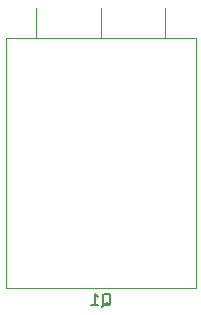
<source format=gbr>
%TF.GenerationSoftware,KiCad,Pcbnew,8.0.5*%
%TF.CreationDate,2024-10-09T02:25:36+03:00*%
%TF.ProjectId,DC-CDI,44432d43-4449-42e6-9b69-6361645f7063,rev?*%
%TF.SameCoordinates,Original*%
%TF.FileFunction,Legend,Bot*%
%TF.FilePolarity,Positive*%
%FSLAX46Y46*%
G04 Gerber Fmt 4.6, Leading zero omitted, Abs format (unit mm)*
G04 Created by KiCad (PCBNEW 8.0.5) date 2024-10-09 02:25:36*
%MOMM*%
%LPD*%
G01*
G04 APERTURE LIST*
G04 Aperture macros list*
%AMRoundRect*
0 Rectangle with rounded corners*
0 $1 Rounding radius*
0 $2 $3 $4 $5 $6 $7 $8 $9 X,Y pos of 4 corners*
0 Add a 4 corners polygon primitive as box body*
4,1,4,$2,$3,$4,$5,$6,$7,$8,$9,$2,$3,0*
0 Add four circle primitives for the rounded corners*
1,1,$1+$1,$2,$3*
1,1,$1+$1,$4,$5*
1,1,$1+$1,$6,$7*
1,1,$1+$1,$8,$9*
0 Add four rect primitives between the rounded corners*
20,1,$1+$1,$2,$3,$4,$5,0*
20,1,$1+$1,$4,$5,$6,$7,0*
20,1,$1+$1,$6,$7,$8,$9,0*
20,1,$1+$1,$8,$9,$2,$3,0*%
G04 Aperture macros list end*
%ADD10C,0.150000*%
%ADD11C,0.120000*%
%ADD12R,1.700000X1.700000*%
%ADD13O,1.700000X1.700000*%
%ADD14R,1.600000X1.600000*%
%ADD15C,1.600000*%
%ADD16C,2.500000*%
%ADD17RoundRect,0.375000X-0.375000X-0.625000X0.375000X-0.625000X0.375000X0.625000X-0.375000X0.625000X0*%
%ADD18O,1.500000X2.000000*%
%ADD19RoundRect,0.375000X-0.625000X0.375000X-0.625000X-0.375000X0.625000X-0.375000X0.625000X0.375000X0*%
%ADD20O,2.000000X1.500000*%
%ADD21C,2.400000*%
%ADD22O,3.600000X3.600000*%
%ADD23R,2.500000X4.500000*%
%ADD24O,2.500000X4.500000*%
G04 APERTURE END LIST*
D10*
X212095238Y-128210057D02*
X212190476Y-128162438D01*
X212190476Y-128162438D02*
X212285714Y-128067200D01*
X212285714Y-128067200D02*
X212428571Y-127924342D01*
X212428571Y-127924342D02*
X212523809Y-127876723D01*
X212523809Y-127876723D02*
X212619047Y-127876723D01*
X212571428Y-128114819D02*
X212666666Y-128067200D01*
X212666666Y-128067200D02*
X212761904Y-127971961D01*
X212761904Y-127971961D02*
X212809523Y-127781485D01*
X212809523Y-127781485D02*
X212809523Y-127448152D01*
X212809523Y-127448152D02*
X212761904Y-127257676D01*
X212761904Y-127257676D02*
X212666666Y-127162438D01*
X212666666Y-127162438D02*
X212571428Y-127114819D01*
X212571428Y-127114819D02*
X212380952Y-127114819D01*
X212380952Y-127114819D02*
X212285714Y-127162438D01*
X212285714Y-127162438D02*
X212190476Y-127257676D01*
X212190476Y-127257676D02*
X212142857Y-127448152D01*
X212142857Y-127448152D02*
X212142857Y-127781485D01*
X212142857Y-127781485D02*
X212190476Y-127971961D01*
X212190476Y-127971961D02*
X212285714Y-128067200D01*
X212285714Y-128067200D02*
X212380952Y-128114819D01*
X212380952Y-128114819D02*
X212571428Y-128114819D01*
X211190476Y-128114819D02*
X211761904Y-128114819D01*
X211476190Y-128114819D02*
X211476190Y-127114819D01*
X211476190Y-127114819D02*
X211571428Y-127257676D01*
X211571428Y-127257676D02*
X211666666Y-127352914D01*
X211666666Y-127352914D02*
X211761904Y-127400533D01*
D11*
%TO.C,Q1*%
X203930000Y-105470000D02*
X203930000Y-126660000D01*
X206550000Y-102910000D02*
X206550000Y-105470000D01*
X212000000Y-102910000D02*
X212000000Y-105470000D01*
X217450000Y-102910000D02*
X217450000Y-105470000D01*
X220070000Y-105470000D02*
X203930000Y-105470000D01*
X220070000Y-105470000D02*
X220070000Y-126660000D01*
X220070000Y-126660000D02*
X203930000Y-126660000D01*
%TD*%
%LPC*%
D12*
%TO.C,J3*%
X135600000Y-68980000D03*
D13*
X135600000Y-71520000D03*
X135600000Y-74060000D03*
X135600000Y-76600000D03*
%TD*%
D14*
%TO.C,C13*%
X142452651Y-100800000D03*
D15*
X138952651Y-100800000D03*
%TD*%
D16*
%TO.C,T1*%
X167200000Y-67920000D03*
X167200000Y-73000000D03*
X167200000Y-78080000D03*
X167200000Y-88240000D03*
X167200000Y-93320000D03*
X167200000Y-98400000D03*
X192600000Y-98400000D03*
X192600000Y-93320000D03*
X192600000Y-88240000D03*
X192600000Y-83160000D03*
X192600000Y-78080000D03*
X192600000Y-73000000D03*
X192600000Y-67920000D03*
%TD*%
D17*
%TO.C,J2*%
X138000000Y-126800000D03*
D18*
X140500000Y-126800000D03*
X143000000Y-126800000D03*
X145500000Y-126800000D03*
X148000000Y-126800000D03*
X150500000Y-126800000D03*
%TD*%
D19*
%TO.C,J1*%
X224800000Y-91100000D03*
D20*
X224800000Y-93600000D03*
%TD*%
D21*
%TO.C,C30*%
X211600000Y-94400000D03*
X211600000Y-66900000D03*
%TD*%
D22*
%TO.C,Q1*%
X212000000Y-120370000D03*
D23*
X206550000Y-100510000D03*
D24*
X212000000Y-100510000D03*
X217450000Y-100510000D03*
%TD*%
%LPD*%
M02*

</source>
